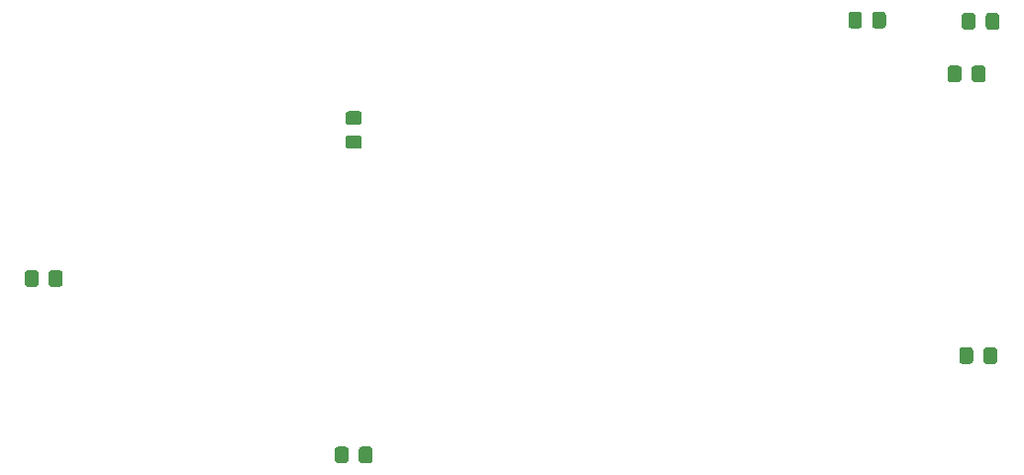
<source format=gbr>
G04 #@! TF.GenerationSoftware,KiCad,Pcbnew,5.1.5+dfsg1-2build2*
G04 #@! TF.CreationDate,2021-08-20T21:12:25+01:00*
G04 #@! TF.ProjectId,pico-rom-emulator-1,7069636f-2d72-46f6-9d2d-656d756c6174,rev?*
G04 #@! TF.SameCoordinates,Original*
G04 #@! TF.FileFunction,Paste,Bot*
G04 #@! TF.FilePolarity,Positive*
%FSLAX46Y46*%
G04 Gerber Fmt 4.6, Leading zero omitted, Abs format (unit mm)*
G04 Created by KiCad (PCBNEW 5.1.5+dfsg1-2build2) date 2021-08-20 21:12:25*
%MOMM*%
%LPD*%
G04 APERTURE LIST*
%ADD10C,0.100000*%
G04 APERTURE END LIST*
D10*
G36*
X239774505Y-75101204D02*
G01*
X239798773Y-75104804D01*
X239822572Y-75110765D01*
X239845671Y-75119030D01*
X239867850Y-75129520D01*
X239888893Y-75142132D01*
X239908599Y-75156747D01*
X239926777Y-75173223D01*
X239943253Y-75191401D01*
X239957868Y-75211107D01*
X239970480Y-75232150D01*
X239980970Y-75254329D01*
X239989235Y-75277428D01*
X239995196Y-75301227D01*
X239998796Y-75325495D01*
X240000000Y-75349999D01*
X240000000Y-76250001D01*
X239998796Y-76274505D01*
X239995196Y-76298773D01*
X239989235Y-76322572D01*
X239980970Y-76345671D01*
X239970480Y-76367850D01*
X239957868Y-76388893D01*
X239943253Y-76408599D01*
X239926777Y-76426777D01*
X239908599Y-76443253D01*
X239888893Y-76457868D01*
X239867850Y-76470480D01*
X239845671Y-76480970D01*
X239822572Y-76489235D01*
X239798773Y-76495196D01*
X239774505Y-76498796D01*
X239750001Y-76500000D01*
X239099999Y-76500000D01*
X239075495Y-76498796D01*
X239051227Y-76495196D01*
X239027428Y-76489235D01*
X239004329Y-76480970D01*
X238982150Y-76470480D01*
X238961107Y-76457868D01*
X238941401Y-76443253D01*
X238923223Y-76426777D01*
X238906747Y-76408599D01*
X238892132Y-76388893D01*
X238879520Y-76367850D01*
X238869030Y-76345671D01*
X238860765Y-76322572D01*
X238854804Y-76298773D01*
X238851204Y-76274505D01*
X238850000Y-76250001D01*
X238850000Y-75349999D01*
X238851204Y-75325495D01*
X238854804Y-75301227D01*
X238860765Y-75277428D01*
X238869030Y-75254329D01*
X238879520Y-75232150D01*
X238892132Y-75211107D01*
X238906747Y-75191401D01*
X238923223Y-75173223D01*
X238941401Y-75156747D01*
X238961107Y-75142132D01*
X238982150Y-75129520D01*
X239004329Y-75119030D01*
X239027428Y-75110765D01*
X239051227Y-75104804D01*
X239075495Y-75101204D01*
X239099999Y-75100000D01*
X239750001Y-75100000D01*
X239774505Y-75101204D01*
G37*
G36*
X237724505Y-75101204D02*
G01*
X237748773Y-75104804D01*
X237772572Y-75110765D01*
X237795671Y-75119030D01*
X237817850Y-75129520D01*
X237838893Y-75142132D01*
X237858599Y-75156747D01*
X237876777Y-75173223D01*
X237893253Y-75191401D01*
X237907868Y-75211107D01*
X237920480Y-75232150D01*
X237930970Y-75254329D01*
X237939235Y-75277428D01*
X237945196Y-75301227D01*
X237948796Y-75325495D01*
X237950000Y-75349999D01*
X237950000Y-76250001D01*
X237948796Y-76274505D01*
X237945196Y-76298773D01*
X237939235Y-76322572D01*
X237930970Y-76345671D01*
X237920480Y-76367850D01*
X237907868Y-76388893D01*
X237893253Y-76408599D01*
X237876777Y-76426777D01*
X237858599Y-76443253D01*
X237838893Y-76457868D01*
X237817850Y-76470480D01*
X237795671Y-76480970D01*
X237772572Y-76489235D01*
X237748773Y-76495196D01*
X237724505Y-76498796D01*
X237700001Y-76500000D01*
X237049999Y-76500000D01*
X237025495Y-76498796D01*
X237001227Y-76495196D01*
X236977428Y-76489235D01*
X236954329Y-76480970D01*
X236932150Y-76470480D01*
X236911107Y-76457868D01*
X236891401Y-76443253D01*
X236873223Y-76426777D01*
X236856747Y-76408599D01*
X236842132Y-76388893D01*
X236829520Y-76367850D01*
X236819030Y-76345671D01*
X236810765Y-76322572D01*
X236804804Y-76298773D01*
X236801204Y-76274505D01*
X236800000Y-76250001D01*
X236800000Y-75349999D01*
X236801204Y-75325495D01*
X236804804Y-75301227D01*
X236810765Y-75277428D01*
X236819030Y-75254329D01*
X236829520Y-75232150D01*
X236842132Y-75211107D01*
X236856747Y-75191401D01*
X236873223Y-75173223D01*
X236891401Y-75156747D01*
X236911107Y-75142132D01*
X236932150Y-75129520D01*
X236954329Y-75119030D01*
X236977428Y-75110765D01*
X237001227Y-75104804D01*
X237025495Y-75101204D01*
X237049999Y-75100000D01*
X237700001Y-75100000D01*
X237724505Y-75101204D01*
G37*
G36*
X249274505Y-103801204D02*
G01*
X249298773Y-103804804D01*
X249322572Y-103810765D01*
X249345671Y-103819030D01*
X249367850Y-103829520D01*
X249388893Y-103842132D01*
X249408599Y-103856747D01*
X249426777Y-103873223D01*
X249443253Y-103891401D01*
X249457868Y-103911107D01*
X249470480Y-103932150D01*
X249480970Y-103954329D01*
X249489235Y-103977428D01*
X249495196Y-104001227D01*
X249498796Y-104025495D01*
X249500000Y-104049999D01*
X249500000Y-104950001D01*
X249498796Y-104974505D01*
X249495196Y-104998773D01*
X249489235Y-105022572D01*
X249480970Y-105045671D01*
X249470480Y-105067850D01*
X249457868Y-105088893D01*
X249443253Y-105108599D01*
X249426777Y-105126777D01*
X249408599Y-105143253D01*
X249388893Y-105157868D01*
X249367850Y-105170480D01*
X249345671Y-105180970D01*
X249322572Y-105189235D01*
X249298773Y-105195196D01*
X249274505Y-105198796D01*
X249250001Y-105200000D01*
X248599999Y-105200000D01*
X248575495Y-105198796D01*
X248551227Y-105195196D01*
X248527428Y-105189235D01*
X248504329Y-105180970D01*
X248482150Y-105170480D01*
X248461107Y-105157868D01*
X248441401Y-105143253D01*
X248423223Y-105126777D01*
X248406747Y-105108599D01*
X248392132Y-105088893D01*
X248379520Y-105067850D01*
X248369030Y-105045671D01*
X248360765Y-105022572D01*
X248354804Y-104998773D01*
X248351204Y-104974505D01*
X248350000Y-104950001D01*
X248350000Y-104049999D01*
X248351204Y-104025495D01*
X248354804Y-104001227D01*
X248360765Y-103977428D01*
X248369030Y-103954329D01*
X248379520Y-103932150D01*
X248392132Y-103911107D01*
X248406747Y-103891401D01*
X248423223Y-103873223D01*
X248441401Y-103856747D01*
X248461107Y-103842132D01*
X248482150Y-103829520D01*
X248504329Y-103819030D01*
X248527428Y-103810765D01*
X248551227Y-103804804D01*
X248575495Y-103801204D01*
X248599999Y-103800000D01*
X249250001Y-103800000D01*
X249274505Y-103801204D01*
G37*
G36*
X247224505Y-103801204D02*
G01*
X247248773Y-103804804D01*
X247272572Y-103810765D01*
X247295671Y-103819030D01*
X247317850Y-103829520D01*
X247338893Y-103842132D01*
X247358599Y-103856747D01*
X247376777Y-103873223D01*
X247393253Y-103891401D01*
X247407868Y-103911107D01*
X247420480Y-103932150D01*
X247430970Y-103954329D01*
X247439235Y-103977428D01*
X247445196Y-104001227D01*
X247448796Y-104025495D01*
X247450000Y-104049999D01*
X247450000Y-104950001D01*
X247448796Y-104974505D01*
X247445196Y-104998773D01*
X247439235Y-105022572D01*
X247430970Y-105045671D01*
X247420480Y-105067850D01*
X247407868Y-105088893D01*
X247393253Y-105108599D01*
X247376777Y-105126777D01*
X247358599Y-105143253D01*
X247338893Y-105157868D01*
X247317850Y-105170480D01*
X247295671Y-105180970D01*
X247272572Y-105189235D01*
X247248773Y-105195196D01*
X247224505Y-105198796D01*
X247200001Y-105200000D01*
X246549999Y-105200000D01*
X246525495Y-105198796D01*
X246501227Y-105195196D01*
X246477428Y-105189235D01*
X246454329Y-105180970D01*
X246432150Y-105170480D01*
X246411107Y-105157868D01*
X246391401Y-105143253D01*
X246373223Y-105126777D01*
X246356747Y-105108599D01*
X246342132Y-105088893D01*
X246329520Y-105067850D01*
X246319030Y-105045671D01*
X246310765Y-105022572D01*
X246304804Y-104998773D01*
X246301204Y-104974505D01*
X246300000Y-104950001D01*
X246300000Y-104049999D01*
X246301204Y-104025495D01*
X246304804Y-104001227D01*
X246310765Y-103977428D01*
X246319030Y-103954329D01*
X246329520Y-103932150D01*
X246342132Y-103911107D01*
X246356747Y-103891401D01*
X246373223Y-103873223D01*
X246391401Y-103856747D01*
X246411107Y-103842132D01*
X246432150Y-103829520D01*
X246454329Y-103819030D01*
X246477428Y-103810765D01*
X246501227Y-103804804D01*
X246525495Y-103801204D01*
X246549999Y-103800000D01*
X247200001Y-103800000D01*
X247224505Y-103801204D01*
G37*
G36*
X169374505Y-97201204D02*
G01*
X169398773Y-97204804D01*
X169422572Y-97210765D01*
X169445671Y-97219030D01*
X169467850Y-97229520D01*
X169488893Y-97242132D01*
X169508599Y-97256747D01*
X169526777Y-97273223D01*
X169543253Y-97291401D01*
X169557868Y-97311107D01*
X169570480Y-97332150D01*
X169580970Y-97354329D01*
X169589235Y-97377428D01*
X169595196Y-97401227D01*
X169598796Y-97425495D01*
X169600000Y-97449999D01*
X169600000Y-98350001D01*
X169598796Y-98374505D01*
X169595196Y-98398773D01*
X169589235Y-98422572D01*
X169580970Y-98445671D01*
X169570480Y-98467850D01*
X169557868Y-98488893D01*
X169543253Y-98508599D01*
X169526777Y-98526777D01*
X169508599Y-98543253D01*
X169488893Y-98557868D01*
X169467850Y-98570480D01*
X169445671Y-98580970D01*
X169422572Y-98589235D01*
X169398773Y-98595196D01*
X169374505Y-98598796D01*
X169350001Y-98600000D01*
X168699999Y-98600000D01*
X168675495Y-98598796D01*
X168651227Y-98595196D01*
X168627428Y-98589235D01*
X168604329Y-98580970D01*
X168582150Y-98570480D01*
X168561107Y-98557868D01*
X168541401Y-98543253D01*
X168523223Y-98526777D01*
X168506747Y-98508599D01*
X168492132Y-98488893D01*
X168479520Y-98467850D01*
X168469030Y-98445671D01*
X168460765Y-98422572D01*
X168454804Y-98398773D01*
X168451204Y-98374505D01*
X168450000Y-98350001D01*
X168450000Y-97449999D01*
X168451204Y-97425495D01*
X168454804Y-97401227D01*
X168460765Y-97377428D01*
X168469030Y-97354329D01*
X168479520Y-97332150D01*
X168492132Y-97311107D01*
X168506747Y-97291401D01*
X168523223Y-97273223D01*
X168541401Y-97256747D01*
X168561107Y-97242132D01*
X168582150Y-97229520D01*
X168604329Y-97219030D01*
X168627428Y-97210765D01*
X168651227Y-97204804D01*
X168675495Y-97201204D01*
X168699999Y-97200000D01*
X169350001Y-97200000D01*
X169374505Y-97201204D01*
G37*
G36*
X167324505Y-97201204D02*
G01*
X167348773Y-97204804D01*
X167372572Y-97210765D01*
X167395671Y-97219030D01*
X167417850Y-97229520D01*
X167438893Y-97242132D01*
X167458599Y-97256747D01*
X167476777Y-97273223D01*
X167493253Y-97291401D01*
X167507868Y-97311107D01*
X167520480Y-97332150D01*
X167530970Y-97354329D01*
X167539235Y-97377428D01*
X167545196Y-97401227D01*
X167548796Y-97425495D01*
X167550000Y-97449999D01*
X167550000Y-98350001D01*
X167548796Y-98374505D01*
X167545196Y-98398773D01*
X167539235Y-98422572D01*
X167530970Y-98445671D01*
X167520480Y-98467850D01*
X167507868Y-98488893D01*
X167493253Y-98508599D01*
X167476777Y-98526777D01*
X167458599Y-98543253D01*
X167438893Y-98557868D01*
X167417850Y-98570480D01*
X167395671Y-98580970D01*
X167372572Y-98589235D01*
X167348773Y-98595196D01*
X167324505Y-98598796D01*
X167300001Y-98600000D01*
X166649999Y-98600000D01*
X166625495Y-98598796D01*
X166601227Y-98595196D01*
X166577428Y-98589235D01*
X166554329Y-98580970D01*
X166532150Y-98570480D01*
X166511107Y-98557868D01*
X166491401Y-98543253D01*
X166473223Y-98526777D01*
X166456747Y-98508599D01*
X166442132Y-98488893D01*
X166429520Y-98467850D01*
X166419030Y-98445671D01*
X166410765Y-98422572D01*
X166404804Y-98398773D01*
X166401204Y-98374505D01*
X166400000Y-98350001D01*
X166400000Y-97449999D01*
X166401204Y-97425495D01*
X166404804Y-97401227D01*
X166410765Y-97377428D01*
X166419030Y-97354329D01*
X166429520Y-97332150D01*
X166442132Y-97311107D01*
X166456747Y-97291401D01*
X166473223Y-97273223D01*
X166491401Y-97256747D01*
X166511107Y-97242132D01*
X166532150Y-97229520D01*
X166554329Y-97219030D01*
X166577428Y-97210765D01*
X166601227Y-97204804D01*
X166625495Y-97201204D01*
X166649999Y-97200000D01*
X167300001Y-97200000D01*
X167324505Y-97201204D01*
G37*
G36*
X248274505Y-79701204D02*
G01*
X248298773Y-79704804D01*
X248322572Y-79710765D01*
X248345671Y-79719030D01*
X248367850Y-79729520D01*
X248388893Y-79742132D01*
X248408599Y-79756747D01*
X248426777Y-79773223D01*
X248443253Y-79791401D01*
X248457868Y-79811107D01*
X248470480Y-79832150D01*
X248480970Y-79854329D01*
X248489235Y-79877428D01*
X248495196Y-79901227D01*
X248498796Y-79925495D01*
X248500000Y-79949999D01*
X248500000Y-80850001D01*
X248498796Y-80874505D01*
X248495196Y-80898773D01*
X248489235Y-80922572D01*
X248480970Y-80945671D01*
X248470480Y-80967850D01*
X248457868Y-80988893D01*
X248443253Y-81008599D01*
X248426777Y-81026777D01*
X248408599Y-81043253D01*
X248388893Y-81057868D01*
X248367850Y-81070480D01*
X248345671Y-81080970D01*
X248322572Y-81089235D01*
X248298773Y-81095196D01*
X248274505Y-81098796D01*
X248250001Y-81100000D01*
X247599999Y-81100000D01*
X247575495Y-81098796D01*
X247551227Y-81095196D01*
X247527428Y-81089235D01*
X247504329Y-81080970D01*
X247482150Y-81070480D01*
X247461107Y-81057868D01*
X247441401Y-81043253D01*
X247423223Y-81026777D01*
X247406747Y-81008599D01*
X247392132Y-80988893D01*
X247379520Y-80967850D01*
X247369030Y-80945671D01*
X247360765Y-80922572D01*
X247354804Y-80898773D01*
X247351204Y-80874505D01*
X247350000Y-80850001D01*
X247350000Y-79949999D01*
X247351204Y-79925495D01*
X247354804Y-79901227D01*
X247360765Y-79877428D01*
X247369030Y-79854329D01*
X247379520Y-79832150D01*
X247392132Y-79811107D01*
X247406747Y-79791401D01*
X247423223Y-79773223D01*
X247441401Y-79756747D01*
X247461107Y-79742132D01*
X247482150Y-79729520D01*
X247504329Y-79719030D01*
X247527428Y-79710765D01*
X247551227Y-79704804D01*
X247575495Y-79701204D01*
X247599999Y-79700000D01*
X248250001Y-79700000D01*
X248274505Y-79701204D01*
G37*
G36*
X246224505Y-79701204D02*
G01*
X246248773Y-79704804D01*
X246272572Y-79710765D01*
X246295671Y-79719030D01*
X246317850Y-79729520D01*
X246338893Y-79742132D01*
X246358599Y-79756747D01*
X246376777Y-79773223D01*
X246393253Y-79791401D01*
X246407868Y-79811107D01*
X246420480Y-79832150D01*
X246430970Y-79854329D01*
X246439235Y-79877428D01*
X246445196Y-79901227D01*
X246448796Y-79925495D01*
X246450000Y-79949999D01*
X246450000Y-80850001D01*
X246448796Y-80874505D01*
X246445196Y-80898773D01*
X246439235Y-80922572D01*
X246430970Y-80945671D01*
X246420480Y-80967850D01*
X246407868Y-80988893D01*
X246393253Y-81008599D01*
X246376777Y-81026777D01*
X246358599Y-81043253D01*
X246338893Y-81057868D01*
X246317850Y-81070480D01*
X246295671Y-81080970D01*
X246272572Y-81089235D01*
X246248773Y-81095196D01*
X246224505Y-81098796D01*
X246200001Y-81100000D01*
X245549999Y-81100000D01*
X245525495Y-81098796D01*
X245501227Y-81095196D01*
X245477428Y-81089235D01*
X245454329Y-81080970D01*
X245432150Y-81070480D01*
X245411107Y-81057868D01*
X245391401Y-81043253D01*
X245373223Y-81026777D01*
X245356747Y-81008599D01*
X245342132Y-80988893D01*
X245329520Y-80967850D01*
X245319030Y-80945671D01*
X245310765Y-80922572D01*
X245304804Y-80898773D01*
X245301204Y-80874505D01*
X245300000Y-80850001D01*
X245300000Y-79949999D01*
X245301204Y-79925495D01*
X245304804Y-79901227D01*
X245310765Y-79877428D01*
X245319030Y-79854329D01*
X245329520Y-79832150D01*
X245342132Y-79811107D01*
X245356747Y-79791401D01*
X245373223Y-79773223D01*
X245391401Y-79756747D01*
X245411107Y-79742132D01*
X245432150Y-79729520D01*
X245454329Y-79719030D01*
X245477428Y-79710765D01*
X245501227Y-79704804D01*
X245525495Y-79701204D01*
X245549999Y-79700000D01*
X246200001Y-79700000D01*
X246224505Y-79701204D01*
G37*
G36*
X195874505Y-112301204D02*
G01*
X195898773Y-112304804D01*
X195922572Y-112310765D01*
X195945671Y-112319030D01*
X195967850Y-112329520D01*
X195988893Y-112342132D01*
X196008599Y-112356747D01*
X196026777Y-112373223D01*
X196043253Y-112391401D01*
X196057868Y-112411107D01*
X196070480Y-112432150D01*
X196080970Y-112454329D01*
X196089235Y-112477428D01*
X196095196Y-112501227D01*
X196098796Y-112525495D01*
X196100000Y-112549999D01*
X196100000Y-113450001D01*
X196098796Y-113474505D01*
X196095196Y-113498773D01*
X196089235Y-113522572D01*
X196080970Y-113545671D01*
X196070480Y-113567850D01*
X196057868Y-113588893D01*
X196043253Y-113608599D01*
X196026777Y-113626777D01*
X196008599Y-113643253D01*
X195988893Y-113657868D01*
X195967850Y-113670480D01*
X195945671Y-113680970D01*
X195922572Y-113689235D01*
X195898773Y-113695196D01*
X195874505Y-113698796D01*
X195850001Y-113700000D01*
X195199999Y-113700000D01*
X195175495Y-113698796D01*
X195151227Y-113695196D01*
X195127428Y-113689235D01*
X195104329Y-113680970D01*
X195082150Y-113670480D01*
X195061107Y-113657868D01*
X195041401Y-113643253D01*
X195023223Y-113626777D01*
X195006747Y-113608599D01*
X194992132Y-113588893D01*
X194979520Y-113567850D01*
X194969030Y-113545671D01*
X194960765Y-113522572D01*
X194954804Y-113498773D01*
X194951204Y-113474505D01*
X194950000Y-113450001D01*
X194950000Y-112549999D01*
X194951204Y-112525495D01*
X194954804Y-112501227D01*
X194960765Y-112477428D01*
X194969030Y-112454329D01*
X194979520Y-112432150D01*
X194992132Y-112411107D01*
X195006747Y-112391401D01*
X195023223Y-112373223D01*
X195041401Y-112356747D01*
X195061107Y-112342132D01*
X195082150Y-112329520D01*
X195104329Y-112319030D01*
X195127428Y-112310765D01*
X195151227Y-112304804D01*
X195175495Y-112301204D01*
X195199999Y-112300000D01*
X195850001Y-112300000D01*
X195874505Y-112301204D01*
G37*
G36*
X193824505Y-112301204D02*
G01*
X193848773Y-112304804D01*
X193872572Y-112310765D01*
X193895671Y-112319030D01*
X193917850Y-112329520D01*
X193938893Y-112342132D01*
X193958599Y-112356747D01*
X193976777Y-112373223D01*
X193993253Y-112391401D01*
X194007868Y-112411107D01*
X194020480Y-112432150D01*
X194030970Y-112454329D01*
X194039235Y-112477428D01*
X194045196Y-112501227D01*
X194048796Y-112525495D01*
X194050000Y-112549999D01*
X194050000Y-113450001D01*
X194048796Y-113474505D01*
X194045196Y-113498773D01*
X194039235Y-113522572D01*
X194030970Y-113545671D01*
X194020480Y-113567850D01*
X194007868Y-113588893D01*
X193993253Y-113608599D01*
X193976777Y-113626777D01*
X193958599Y-113643253D01*
X193938893Y-113657868D01*
X193917850Y-113670480D01*
X193895671Y-113680970D01*
X193872572Y-113689235D01*
X193848773Y-113695196D01*
X193824505Y-113698796D01*
X193800001Y-113700000D01*
X193149999Y-113700000D01*
X193125495Y-113698796D01*
X193101227Y-113695196D01*
X193077428Y-113689235D01*
X193054329Y-113680970D01*
X193032150Y-113670480D01*
X193011107Y-113657868D01*
X192991401Y-113643253D01*
X192973223Y-113626777D01*
X192956747Y-113608599D01*
X192942132Y-113588893D01*
X192929520Y-113567850D01*
X192919030Y-113545671D01*
X192910765Y-113522572D01*
X192904804Y-113498773D01*
X192901204Y-113474505D01*
X192900000Y-113450001D01*
X192900000Y-112549999D01*
X192901204Y-112525495D01*
X192904804Y-112501227D01*
X192910765Y-112477428D01*
X192919030Y-112454329D01*
X192929520Y-112432150D01*
X192942132Y-112411107D01*
X192956747Y-112391401D01*
X192973223Y-112373223D01*
X192991401Y-112356747D01*
X193011107Y-112342132D01*
X193032150Y-112329520D01*
X193054329Y-112319030D01*
X193077428Y-112310765D01*
X193101227Y-112304804D01*
X193125495Y-112301204D01*
X193149999Y-112300000D01*
X193800001Y-112300000D01*
X193824505Y-112301204D01*
G37*
G36*
X194974505Y-85651204D02*
G01*
X194998773Y-85654804D01*
X195022572Y-85660765D01*
X195045671Y-85669030D01*
X195067850Y-85679520D01*
X195088893Y-85692132D01*
X195108599Y-85706747D01*
X195126777Y-85723223D01*
X195143253Y-85741401D01*
X195157868Y-85761107D01*
X195170480Y-85782150D01*
X195180970Y-85804329D01*
X195189235Y-85827428D01*
X195195196Y-85851227D01*
X195198796Y-85875495D01*
X195200000Y-85899999D01*
X195200000Y-86550001D01*
X195198796Y-86574505D01*
X195195196Y-86598773D01*
X195189235Y-86622572D01*
X195180970Y-86645671D01*
X195170480Y-86667850D01*
X195157868Y-86688893D01*
X195143253Y-86708599D01*
X195126777Y-86726777D01*
X195108599Y-86743253D01*
X195088893Y-86757868D01*
X195067850Y-86770480D01*
X195045671Y-86780970D01*
X195022572Y-86789235D01*
X194998773Y-86795196D01*
X194974505Y-86798796D01*
X194950001Y-86800000D01*
X194049999Y-86800000D01*
X194025495Y-86798796D01*
X194001227Y-86795196D01*
X193977428Y-86789235D01*
X193954329Y-86780970D01*
X193932150Y-86770480D01*
X193911107Y-86757868D01*
X193891401Y-86743253D01*
X193873223Y-86726777D01*
X193856747Y-86708599D01*
X193842132Y-86688893D01*
X193829520Y-86667850D01*
X193819030Y-86645671D01*
X193810765Y-86622572D01*
X193804804Y-86598773D01*
X193801204Y-86574505D01*
X193800000Y-86550001D01*
X193800000Y-85899999D01*
X193801204Y-85875495D01*
X193804804Y-85851227D01*
X193810765Y-85827428D01*
X193819030Y-85804329D01*
X193829520Y-85782150D01*
X193842132Y-85761107D01*
X193856747Y-85741401D01*
X193873223Y-85723223D01*
X193891401Y-85706747D01*
X193911107Y-85692132D01*
X193932150Y-85679520D01*
X193954329Y-85669030D01*
X193977428Y-85660765D01*
X194001227Y-85654804D01*
X194025495Y-85651204D01*
X194049999Y-85650000D01*
X194950001Y-85650000D01*
X194974505Y-85651204D01*
G37*
G36*
X194974505Y-83601204D02*
G01*
X194998773Y-83604804D01*
X195022572Y-83610765D01*
X195045671Y-83619030D01*
X195067850Y-83629520D01*
X195088893Y-83642132D01*
X195108599Y-83656747D01*
X195126777Y-83673223D01*
X195143253Y-83691401D01*
X195157868Y-83711107D01*
X195170480Y-83732150D01*
X195180970Y-83754329D01*
X195189235Y-83777428D01*
X195195196Y-83801227D01*
X195198796Y-83825495D01*
X195200000Y-83849999D01*
X195200000Y-84500001D01*
X195198796Y-84524505D01*
X195195196Y-84548773D01*
X195189235Y-84572572D01*
X195180970Y-84595671D01*
X195170480Y-84617850D01*
X195157868Y-84638893D01*
X195143253Y-84658599D01*
X195126777Y-84676777D01*
X195108599Y-84693253D01*
X195088893Y-84707868D01*
X195067850Y-84720480D01*
X195045671Y-84730970D01*
X195022572Y-84739235D01*
X194998773Y-84745196D01*
X194974505Y-84748796D01*
X194950001Y-84750000D01*
X194049999Y-84750000D01*
X194025495Y-84748796D01*
X194001227Y-84745196D01*
X193977428Y-84739235D01*
X193954329Y-84730970D01*
X193932150Y-84720480D01*
X193911107Y-84707868D01*
X193891401Y-84693253D01*
X193873223Y-84676777D01*
X193856747Y-84658599D01*
X193842132Y-84638893D01*
X193829520Y-84617850D01*
X193819030Y-84595671D01*
X193810765Y-84572572D01*
X193804804Y-84548773D01*
X193801204Y-84524505D01*
X193800000Y-84500001D01*
X193800000Y-83849999D01*
X193801204Y-83825495D01*
X193804804Y-83801227D01*
X193810765Y-83777428D01*
X193819030Y-83754329D01*
X193829520Y-83732150D01*
X193842132Y-83711107D01*
X193856747Y-83691401D01*
X193873223Y-83673223D01*
X193891401Y-83656747D01*
X193911107Y-83642132D01*
X193932150Y-83629520D01*
X193954329Y-83619030D01*
X193977428Y-83610765D01*
X194001227Y-83604804D01*
X194025495Y-83601204D01*
X194049999Y-83600000D01*
X194950001Y-83600000D01*
X194974505Y-83601204D01*
G37*
G36*
X247424505Y-75201204D02*
G01*
X247448773Y-75204804D01*
X247472572Y-75210765D01*
X247495671Y-75219030D01*
X247517850Y-75229520D01*
X247538893Y-75242132D01*
X247558599Y-75256747D01*
X247576777Y-75273223D01*
X247593253Y-75291401D01*
X247607868Y-75311107D01*
X247620480Y-75332150D01*
X247630970Y-75354329D01*
X247639235Y-75377428D01*
X247645196Y-75401227D01*
X247648796Y-75425495D01*
X247650000Y-75449999D01*
X247650000Y-76350001D01*
X247648796Y-76374505D01*
X247645196Y-76398773D01*
X247639235Y-76422572D01*
X247630970Y-76445671D01*
X247620480Y-76467850D01*
X247607868Y-76488893D01*
X247593253Y-76508599D01*
X247576777Y-76526777D01*
X247558599Y-76543253D01*
X247538893Y-76557868D01*
X247517850Y-76570480D01*
X247495671Y-76580970D01*
X247472572Y-76589235D01*
X247448773Y-76595196D01*
X247424505Y-76598796D01*
X247400001Y-76600000D01*
X246749999Y-76600000D01*
X246725495Y-76598796D01*
X246701227Y-76595196D01*
X246677428Y-76589235D01*
X246654329Y-76580970D01*
X246632150Y-76570480D01*
X246611107Y-76557868D01*
X246591401Y-76543253D01*
X246573223Y-76526777D01*
X246556747Y-76508599D01*
X246542132Y-76488893D01*
X246529520Y-76467850D01*
X246519030Y-76445671D01*
X246510765Y-76422572D01*
X246504804Y-76398773D01*
X246501204Y-76374505D01*
X246500000Y-76350001D01*
X246500000Y-75449999D01*
X246501204Y-75425495D01*
X246504804Y-75401227D01*
X246510765Y-75377428D01*
X246519030Y-75354329D01*
X246529520Y-75332150D01*
X246542132Y-75311107D01*
X246556747Y-75291401D01*
X246573223Y-75273223D01*
X246591401Y-75256747D01*
X246611107Y-75242132D01*
X246632150Y-75229520D01*
X246654329Y-75219030D01*
X246677428Y-75210765D01*
X246701227Y-75204804D01*
X246725495Y-75201204D01*
X246749999Y-75200000D01*
X247400001Y-75200000D01*
X247424505Y-75201204D01*
G37*
G36*
X249474505Y-75201204D02*
G01*
X249498773Y-75204804D01*
X249522572Y-75210765D01*
X249545671Y-75219030D01*
X249567850Y-75229520D01*
X249588893Y-75242132D01*
X249608599Y-75256747D01*
X249626777Y-75273223D01*
X249643253Y-75291401D01*
X249657868Y-75311107D01*
X249670480Y-75332150D01*
X249680970Y-75354329D01*
X249689235Y-75377428D01*
X249695196Y-75401227D01*
X249698796Y-75425495D01*
X249700000Y-75449999D01*
X249700000Y-76350001D01*
X249698796Y-76374505D01*
X249695196Y-76398773D01*
X249689235Y-76422572D01*
X249680970Y-76445671D01*
X249670480Y-76467850D01*
X249657868Y-76488893D01*
X249643253Y-76508599D01*
X249626777Y-76526777D01*
X249608599Y-76543253D01*
X249588893Y-76557868D01*
X249567850Y-76570480D01*
X249545671Y-76580970D01*
X249522572Y-76589235D01*
X249498773Y-76595196D01*
X249474505Y-76598796D01*
X249450001Y-76600000D01*
X248799999Y-76600000D01*
X248775495Y-76598796D01*
X248751227Y-76595196D01*
X248727428Y-76589235D01*
X248704329Y-76580970D01*
X248682150Y-76570480D01*
X248661107Y-76557868D01*
X248641401Y-76543253D01*
X248623223Y-76526777D01*
X248606747Y-76508599D01*
X248592132Y-76488893D01*
X248579520Y-76467850D01*
X248569030Y-76445671D01*
X248560765Y-76422572D01*
X248554804Y-76398773D01*
X248551204Y-76374505D01*
X248550000Y-76350001D01*
X248550000Y-75449999D01*
X248551204Y-75425495D01*
X248554804Y-75401227D01*
X248560765Y-75377428D01*
X248569030Y-75354329D01*
X248579520Y-75332150D01*
X248592132Y-75311107D01*
X248606747Y-75291401D01*
X248623223Y-75273223D01*
X248641401Y-75256747D01*
X248661107Y-75242132D01*
X248682150Y-75229520D01*
X248704329Y-75219030D01*
X248727428Y-75210765D01*
X248751227Y-75204804D01*
X248775495Y-75201204D01*
X248799999Y-75200000D01*
X249450001Y-75200000D01*
X249474505Y-75201204D01*
G37*
M02*

</source>
